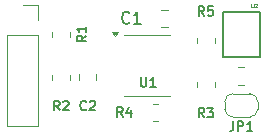
<source format=gbr>
%TF.GenerationSoftware,KiCad,Pcbnew,8.0.8-8.0.8-0~ubuntu24.04.1*%
%TF.CreationDate,2025-02-18T11:05:32+01:00*%
%TF.ProjectId,SPU0410LR5H,53505530-3431-4304-9c52-35482e6b6963,rev?*%
%TF.SameCoordinates,Original*%
%TF.FileFunction,Legend,Top*%
%TF.FilePolarity,Positive*%
%FSLAX46Y46*%
G04 Gerber Fmt 4.6, Leading zero omitted, Abs format (unit mm)*
G04 Created by KiCad (PCBNEW 8.0.8-8.0.8-0~ubuntu24.04.1) date 2025-02-18 11:05:32*
%MOMM*%
%LPD*%
G01*
G04 APERTURE LIST*
%ADD10C,0.150000*%
%ADD11C,0.080000*%
%ADD12C,0.120000*%
%ADD13C,0.127000*%
G04 APERTURE END LIST*
D10*
X19316666Y-23962295D02*
X19049999Y-23581342D01*
X18859523Y-23962295D02*
X18859523Y-23162295D01*
X18859523Y-23162295D02*
X19164285Y-23162295D01*
X19164285Y-23162295D02*
X19240475Y-23200390D01*
X19240475Y-23200390D02*
X19278570Y-23238485D01*
X19278570Y-23238485D02*
X19316666Y-23314676D01*
X19316666Y-23314676D02*
X19316666Y-23428961D01*
X19316666Y-23428961D02*
X19278570Y-23505152D01*
X19278570Y-23505152D02*
X19240475Y-23543247D01*
X19240475Y-23543247D02*
X19164285Y-23581342D01*
X19164285Y-23581342D02*
X18859523Y-23581342D01*
X19621427Y-23238485D02*
X19659523Y-23200390D01*
X19659523Y-23200390D02*
X19735713Y-23162295D01*
X19735713Y-23162295D02*
X19926189Y-23162295D01*
X19926189Y-23162295D02*
X20002380Y-23200390D01*
X20002380Y-23200390D02*
X20040475Y-23238485D01*
X20040475Y-23238485D02*
X20078570Y-23314676D01*
X20078570Y-23314676D02*
X20078570Y-23390866D01*
X20078570Y-23390866D02*
X20040475Y-23505152D01*
X20040475Y-23505152D02*
X19583332Y-23962295D01*
X19583332Y-23962295D02*
X20078570Y-23962295D01*
X21566666Y-23886104D02*
X21528570Y-23924200D01*
X21528570Y-23924200D02*
X21414285Y-23962295D01*
X21414285Y-23962295D02*
X21338094Y-23962295D01*
X21338094Y-23962295D02*
X21223808Y-23924200D01*
X21223808Y-23924200D02*
X21147618Y-23848009D01*
X21147618Y-23848009D02*
X21109523Y-23771819D01*
X21109523Y-23771819D02*
X21071427Y-23619438D01*
X21071427Y-23619438D02*
X21071427Y-23505152D01*
X21071427Y-23505152D02*
X21109523Y-23352771D01*
X21109523Y-23352771D02*
X21147618Y-23276580D01*
X21147618Y-23276580D02*
X21223808Y-23200390D01*
X21223808Y-23200390D02*
X21338094Y-23162295D01*
X21338094Y-23162295D02*
X21414285Y-23162295D01*
X21414285Y-23162295D02*
X21528570Y-23200390D01*
X21528570Y-23200390D02*
X21566666Y-23238485D01*
X21871427Y-23238485D02*
X21909523Y-23200390D01*
X21909523Y-23200390D02*
X21985713Y-23162295D01*
X21985713Y-23162295D02*
X22176189Y-23162295D01*
X22176189Y-23162295D02*
X22252380Y-23200390D01*
X22252380Y-23200390D02*
X22290475Y-23238485D01*
X22290475Y-23238485D02*
X22328570Y-23314676D01*
X22328570Y-23314676D02*
X22328570Y-23390866D01*
X22328570Y-23390866D02*
X22290475Y-23505152D01*
X22290475Y-23505152D02*
X21833332Y-23962295D01*
X21833332Y-23962295D02*
X22328570Y-23962295D01*
X34033332Y-24902294D02*
X34033332Y-25473722D01*
X34033332Y-25473722D02*
X33995237Y-25588008D01*
X33995237Y-25588008D02*
X33919046Y-25664199D01*
X33919046Y-25664199D02*
X33804761Y-25702294D01*
X33804761Y-25702294D02*
X33728570Y-25702294D01*
X34414285Y-25702294D02*
X34414285Y-24902294D01*
X34414285Y-24902294D02*
X34719047Y-24902294D01*
X34719047Y-24902294D02*
X34795237Y-24940389D01*
X34795237Y-24940389D02*
X34833332Y-24978484D01*
X34833332Y-24978484D02*
X34871428Y-25054675D01*
X34871428Y-25054675D02*
X34871428Y-25168960D01*
X34871428Y-25168960D02*
X34833332Y-25245151D01*
X34833332Y-25245151D02*
X34795237Y-25283246D01*
X34795237Y-25283246D02*
X34719047Y-25321341D01*
X34719047Y-25321341D02*
X34414285Y-25321341D01*
X35633332Y-25702294D02*
X35176189Y-25702294D01*
X35404761Y-25702294D02*
X35404761Y-24902294D01*
X35404761Y-24902294D02*
X35328570Y-25016579D01*
X35328570Y-25016579D02*
X35252380Y-25092770D01*
X35252380Y-25092770D02*
X35176189Y-25130865D01*
D11*
X35556189Y-14923877D02*
X35556189Y-15182924D01*
X35556189Y-15182924D02*
X35571427Y-15213400D01*
X35571427Y-15213400D02*
X35586665Y-15228639D01*
X35586665Y-15228639D02*
X35617141Y-15243877D01*
X35617141Y-15243877D02*
X35678094Y-15243877D01*
X35678094Y-15243877D02*
X35708570Y-15228639D01*
X35708570Y-15228639D02*
X35723808Y-15213400D01*
X35723808Y-15213400D02*
X35739046Y-15182924D01*
X35739046Y-15182924D02*
X35739046Y-14923877D01*
X35876189Y-14954353D02*
X35891427Y-14939115D01*
X35891427Y-14939115D02*
X35921903Y-14923877D01*
X35921903Y-14923877D02*
X35998094Y-14923877D01*
X35998094Y-14923877D02*
X36028570Y-14939115D01*
X36028570Y-14939115D02*
X36043808Y-14954353D01*
X36043808Y-14954353D02*
X36059046Y-14984829D01*
X36059046Y-14984829D02*
X36059046Y-15015305D01*
X36059046Y-15015305D02*
X36043808Y-15061019D01*
X36043808Y-15061019D02*
X35860951Y-15243877D01*
X35860951Y-15243877D02*
X36059046Y-15243877D01*
D10*
X31566666Y-15962295D02*
X31299999Y-15581342D01*
X31109523Y-15962295D02*
X31109523Y-15162295D01*
X31109523Y-15162295D02*
X31414285Y-15162295D01*
X31414285Y-15162295D02*
X31490475Y-15200390D01*
X31490475Y-15200390D02*
X31528570Y-15238485D01*
X31528570Y-15238485D02*
X31566666Y-15314676D01*
X31566666Y-15314676D02*
X31566666Y-15428961D01*
X31566666Y-15428961D02*
X31528570Y-15505152D01*
X31528570Y-15505152D02*
X31490475Y-15543247D01*
X31490475Y-15543247D02*
X31414285Y-15581342D01*
X31414285Y-15581342D02*
X31109523Y-15581342D01*
X32290475Y-15162295D02*
X31909523Y-15162295D01*
X31909523Y-15162295D02*
X31871427Y-15543247D01*
X31871427Y-15543247D02*
X31909523Y-15505152D01*
X31909523Y-15505152D02*
X31985713Y-15467057D01*
X31985713Y-15467057D02*
X32176189Y-15467057D01*
X32176189Y-15467057D02*
X32252380Y-15505152D01*
X32252380Y-15505152D02*
X32290475Y-15543247D01*
X32290475Y-15543247D02*
X32328570Y-15619438D01*
X32328570Y-15619438D02*
X32328570Y-15809914D01*
X32328570Y-15809914D02*
X32290475Y-15886104D01*
X32290475Y-15886104D02*
X32252380Y-15924200D01*
X32252380Y-15924200D02*
X32176189Y-15962295D01*
X32176189Y-15962295D02*
X31985713Y-15962295D01*
X31985713Y-15962295D02*
X31909523Y-15924200D01*
X31909523Y-15924200D02*
X31871427Y-15886104D01*
X31566666Y-24562295D02*
X31299999Y-24181342D01*
X31109523Y-24562295D02*
X31109523Y-23762295D01*
X31109523Y-23762295D02*
X31414285Y-23762295D01*
X31414285Y-23762295D02*
X31490475Y-23800390D01*
X31490475Y-23800390D02*
X31528570Y-23838485D01*
X31528570Y-23838485D02*
X31566666Y-23914676D01*
X31566666Y-23914676D02*
X31566666Y-24028961D01*
X31566666Y-24028961D02*
X31528570Y-24105152D01*
X31528570Y-24105152D02*
X31490475Y-24143247D01*
X31490475Y-24143247D02*
X31414285Y-24181342D01*
X31414285Y-24181342D02*
X31109523Y-24181342D01*
X31833332Y-23762295D02*
X32328570Y-23762295D01*
X32328570Y-23762295D02*
X32061904Y-24067057D01*
X32061904Y-24067057D02*
X32176189Y-24067057D01*
X32176189Y-24067057D02*
X32252380Y-24105152D01*
X32252380Y-24105152D02*
X32290475Y-24143247D01*
X32290475Y-24143247D02*
X32328570Y-24219438D01*
X32328570Y-24219438D02*
X32328570Y-24409914D01*
X32328570Y-24409914D02*
X32290475Y-24486104D01*
X32290475Y-24486104D02*
X32252380Y-24524200D01*
X32252380Y-24524200D02*
X32176189Y-24562295D01*
X32176189Y-24562295D02*
X31947618Y-24562295D01*
X31947618Y-24562295D02*
X31871427Y-24524200D01*
X31871427Y-24524200D02*
X31833332Y-24486104D01*
X25233332Y-16524579D02*
X25185713Y-16572199D01*
X25185713Y-16572199D02*
X25042856Y-16619818D01*
X25042856Y-16619818D02*
X24947618Y-16619818D01*
X24947618Y-16619818D02*
X24804761Y-16572199D01*
X24804761Y-16572199D02*
X24709523Y-16476960D01*
X24709523Y-16476960D02*
X24661904Y-16381722D01*
X24661904Y-16381722D02*
X24614285Y-16191246D01*
X24614285Y-16191246D02*
X24614285Y-16048389D01*
X24614285Y-16048389D02*
X24661904Y-15857913D01*
X24661904Y-15857913D02*
X24709523Y-15762675D01*
X24709523Y-15762675D02*
X24804761Y-15667437D01*
X24804761Y-15667437D02*
X24947618Y-15619818D01*
X24947618Y-15619818D02*
X25042856Y-15619818D01*
X25042856Y-15619818D02*
X25185713Y-15667437D01*
X25185713Y-15667437D02*
X25233332Y-15715056D01*
X26185713Y-16619818D02*
X25614285Y-16619818D01*
X25899999Y-16619818D02*
X25899999Y-15619818D01*
X25899999Y-15619818D02*
X25804761Y-15762675D01*
X25804761Y-15762675D02*
X25709523Y-15857913D01*
X25709523Y-15857913D02*
X25614285Y-15905532D01*
X26190475Y-21162295D02*
X26190475Y-21809914D01*
X26190475Y-21809914D02*
X26228570Y-21886104D01*
X26228570Y-21886104D02*
X26266665Y-21924200D01*
X26266665Y-21924200D02*
X26342856Y-21962295D01*
X26342856Y-21962295D02*
X26495237Y-21962295D01*
X26495237Y-21962295D02*
X26571427Y-21924200D01*
X26571427Y-21924200D02*
X26609522Y-21886104D01*
X26609522Y-21886104D02*
X26647618Y-21809914D01*
X26647618Y-21809914D02*
X26647618Y-21162295D01*
X27447617Y-21962295D02*
X26990474Y-21962295D01*
X27219046Y-21962295D02*
X27219046Y-21162295D01*
X27219046Y-21162295D02*
X27142855Y-21276580D01*
X27142855Y-21276580D02*
X27066665Y-21352771D01*
X27066665Y-21352771D02*
X26990474Y-21390866D01*
X21562294Y-17633331D02*
X21181341Y-17899998D01*
X21562294Y-18090474D02*
X20762294Y-18090474D01*
X20762294Y-18090474D02*
X20762294Y-17785712D01*
X20762294Y-17785712D02*
X20800389Y-17709522D01*
X20800389Y-17709522D02*
X20838484Y-17671427D01*
X20838484Y-17671427D02*
X20914675Y-17633331D01*
X20914675Y-17633331D02*
X21028960Y-17633331D01*
X21028960Y-17633331D02*
X21105151Y-17671427D01*
X21105151Y-17671427D02*
X21143246Y-17709522D01*
X21143246Y-17709522D02*
X21181341Y-17785712D01*
X21181341Y-17785712D02*
X21181341Y-18090474D01*
X21562294Y-16871427D02*
X21562294Y-17328570D01*
X21562294Y-17099998D02*
X20762294Y-17099998D01*
X20762294Y-17099998D02*
X20876579Y-17176189D01*
X20876579Y-17176189D02*
X20952770Y-17252379D01*
X20952770Y-17252379D02*
X20990865Y-17328570D01*
X24666667Y-24487294D02*
X24400000Y-24106341D01*
X24209524Y-24487294D02*
X24209524Y-23687294D01*
X24209524Y-23687294D02*
X24514286Y-23687294D01*
X24514286Y-23687294D02*
X24590476Y-23725389D01*
X24590476Y-23725389D02*
X24628571Y-23763484D01*
X24628571Y-23763484D02*
X24666667Y-23839675D01*
X24666667Y-23839675D02*
X24666667Y-23953960D01*
X24666667Y-23953960D02*
X24628571Y-24030151D01*
X24628571Y-24030151D02*
X24590476Y-24068246D01*
X24590476Y-24068246D02*
X24514286Y-24106341D01*
X24514286Y-24106341D02*
X24209524Y-24106341D01*
X25352381Y-23953960D02*
X25352381Y-24487294D01*
X25161905Y-23649199D02*
X24971428Y-24220627D01*
X24971428Y-24220627D02*
X25466667Y-24220627D01*
D12*
%TO.C,R2*%
X18714999Y-20975435D02*
X18714999Y-21429563D01*
X20184999Y-20975435D02*
X20184999Y-21429563D01*
%TO.C,C2*%
X20964999Y-21426251D02*
X20964999Y-20903747D01*
X22434999Y-21426251D02*
X22434999Y-20903747D01*
%TO.C,JP1*%
X33299999Y-23839999D02*
X33299999Y-23239999D01*
X33999999Y-22539999D02*
X35399999Y-22539999D01*
X35399999Y-24539999D02*
X33999999Y-24539999D01*
X36099999Y-23239999D02*
X36099999Y-23839999D01*
X33299999Y-23239999D02*
G75*
G02*
X33999999Y-22539999I700000J0D01*
G01*
X33999999Y-24539999D02*
G75*
G02*
X33299999Y-23839999I0J700000D01*
G01*
X35399999Y-22539999D02*
G75*
G02*
X36099999Y-23239999I1J-699999D01*
G01*
X36099999Y-23839999D02*
G75*
G02*
X35399999Y-24539999I-699999J-1D01*
G01*
D13*
%TO.C,U2*%
X33149999Y-15609999D02*
X36249999Y-15609999D01*
X33149999Y-19469999D02*
X33149999Y-15609999D01*
X36249999Y-15609999D02*
X36249999Y-19469999D01*
X36249999Y-19469999D02*
X33149999Y-19469999D01*
D12*
%TO.C,R5*%
X30964999Y-18267063D02*
X30964999Y-17812935D01*
X32434999Y-18267063D02*
X32434999Y-17812935D01*
%TO.C,R3*%
X30964999Y-22017063D02*
X30964999Y-21562935D01*
X32434999Y-22017063D02*
X32434999Y-21562935D01*
%TO.C,C3*%
X34438747Y-20304999D02*
X34961251Y-20304999D01*
X34438747Y-21774999D02*
X34961251Y-21774999D01*
%TO.C,C1*%
X28461251Y-15429999D02*
X27938747Y-15429999D01*
X28461251Y-16899999D02*
X27938747Y-16899999D01*
%TO.C,U1*%
X26699999Y-17604999D02*
X24749999Y-17604999D01*
X26699999Y-17604999D02*
X28649999Y-17604999D01*
X26699999Y-22724999D02*
X24749999Y-22724999D01*
X26699999Y-22724999D02*
X28649999Y-22724999D01*
X23999999Y-17699999D02*
X23759999Y-17369999D01*
X24239999Y-17369999D01*
X23999999Y-17699999D01*
G36*
X23999999Y-17699999D02*
G01*
X23759999Y-17369999D01*
X24239999Y-17369999D01*
X23999999Y-17699999D01*
G37*
%TO.C,J1*%
X14869999Y-17619999D02*
X14869999Y-25299999D01*
X14869999Y-17619999D02*
X17529999Y-17619999D01*
X14869999Y-25299999D02*
X17529999Y-25299999D01*
X16199999Y-15019999D02*
X17529999Y-15019999D01*
X17529999Y-15019999D02*
X17529999Y-16349999D01*
X17529999Y-17619999D02*
X17529999Y-25299999D01*
%TO.C,R1*%
X18714999Y-17287935D02*
X18714999Y-17742063D01*
X20184999Y-17287935D02*
X20184999Y-17742063D01*
%TO.C,R4*%
X27222935Y-23429999D02*
X27677063Y-23429999D01*
X27222935Y-24899999D02*
X27677063Y-24899999D01*
%TD*%
M02*

</source>
